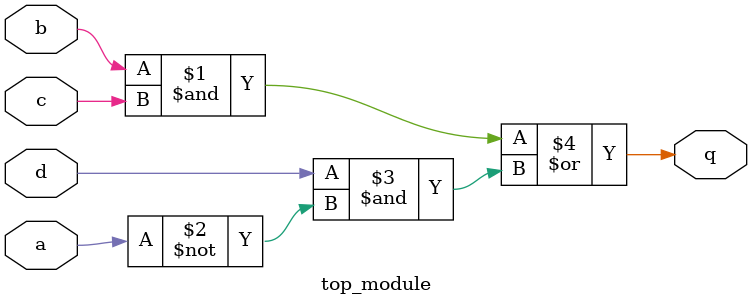
<source format=sv>
module top_module (
    input a, 
    input b, 
    input c, 
    input d,
    output q
);

    assign q = (b & c) | (d & ~a);

endmodule

</source>
